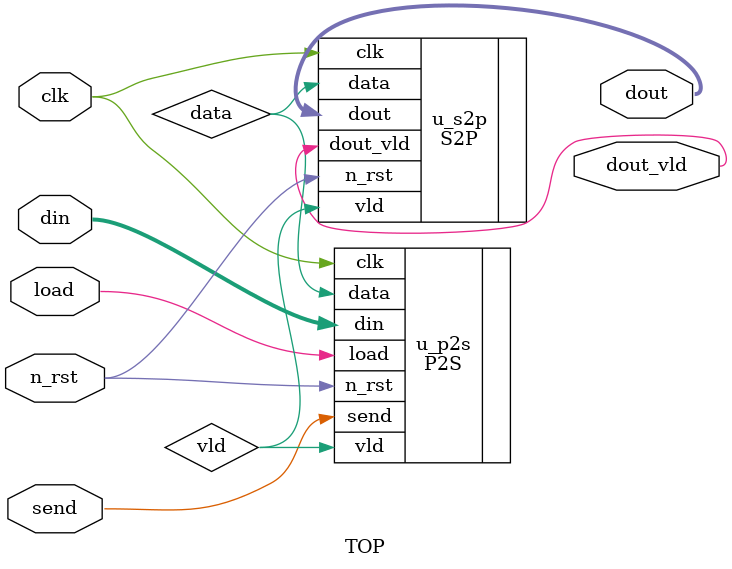
<source format=v>
module TOP(
din,
clk,
n_rst,
load,
send,
dout,
dout_vld);

input [3:0] din;
input load;
input send;
input clk;
input n_rst;

output [3:0] dout;
output dout_vld;
wire data;
wire vld;

P2S u_p2s(
   .clk(clk),
   .n_rst(n_rst),
   .load(load),
   .send(send),
   .din(din),
   .vld(vld),
   .data(data)
   );
  
S2P u_s2p(
   .clk(clk),
   .n_rst(n_rst),
   .vld(vld),
   .data(data),
   .dout(dout),
   .dout_vld(dout_vld)
);
endmodule
</source>
